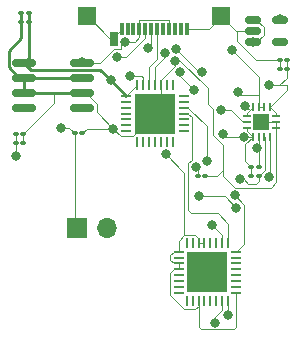
<source format=gbr>
%TF.GenerationSoftware,KiCad,Pcbnew,7.0.6*%
%TF.CreationDate,2023-07-11T14:09:12+02:00*%
%TF.ProjectId,power-output,706f7765-722d-46f7-9574-7075742e6b69,X1*%
%TF.SameCoordinates,Original*%
%TF.FileFunction,Copper,L1,Top*%
%TF.FilePolarity,Positive*%
%FSLAX46Y46*%
G04 Gerber Fmt 4.6, Leading zero omitted, Abs format (unit mm)*
G04 Created by KiCad (PCBNEW 7.0.6) date 2023-07-11 14:09:12*
%MOMM*%
%LPD*%
G01*
G04 APERTURE LIST*
G04 Aperture macros list*
%AMRoundRect*
0 Rectangle with rounded corners*
0 $1 Rounding radius*
0 $2 $3 $4 $5 $6 $7 $8 $9 X,Y pos of 4 corners*
0 Add a 4 corners polygon primitive as box body*
4,1,4,$2,$3,$4,$5,$6,$7,$8,$9,$2,$3,0*
0 Add four circle primitives for the rounded corners*
1,1,$1+$1,$2,$3*
1,1,$1+$1,$4,$5*
1,1,$1+$1,$6,$7*
1,1,$1+$1,$8,$9*
0 Add four rect primitives between the rounded corners*
20,1,$1+$1,$2,$3,$4,$5,0*
20,1,$1+$1,$4,$5,$6,$7,0*
20,1,$1+$1,$6,$7,$8,$9,0*
20,1,$1+$1,$8,$9,$2,$3,0*%
G04 Aperture macros list end*
%TA.AperFunction,SMDPad,CuDef*%
%ADD10R,0.380000X1.000000*%
%TD*%
%TA.AperFunction,SMDPad,CuDef*%
%ADD11R,0.700000X1.150000*%
%TD*%
%TA.AperFunction,SMDPad,CuDef*%
%ADD12R,1.500000X1.500000*%
%TD*%
%TA.AperFunction,ComponentPad*%
%ADD13R,1.700000X1.700000*%
%TD*%
%TA.AperFunction,ComponentPad*%
%ADD14O,1.700000X1.700000*%
%TD*%
%TA.AperFunction,SMDPad,CuDef*%
%ADD15RoundRect,0.062500X-0.375000X-0.062500X0.375000X-0.062500X0.375000X0.062500X-0.375000X0.062500X0*%
%TD*%
%TA.AperFunction,SMDPad,CuDef*%
%ADD16RoundRect,0.062500X-0.062500X-0.375000X0.062500X-0.375000X0.062500X0.375000X-0.062500X0.375000X0*%
%TD*%
%TA.AperFunction,SMDPad,CuDef*%
%ADD17R,3.450000X3.450000*%
%TD*%
%TA.AperFunction,SMDPad,CuDef*%
%ADD18RoundRect,0.100000X-0.130000X-0.100000X0.130000X-0.100000X0.130000X0.100000X-0.130000X0.100000X0*%
%TD*%
%TA.AperFunction,SMDPad,CuDef*%
%ADD19RoundRect,0.100000X0.130000X0.100000X-0.130000X0.100000X-0.130000X-0.100000X0.130000X-0.100000X0*%
%TD*%
%TA.AperFunction,SMDPad,CuDef*%
%ADD20RoundRect,0.150000X-0.512500X-0.150000X0.512500X-0.150000X0.512500X0.150000X-0.512500X0.150000X0*%
%TD*%
%TA.AperFunction,SMDPad,CuDef*%
%ADD21RoundRect,0.062500X-0.275000X-0.062500X0.275000X-0.062500X0.275000X0.062500X-0.275000X0.062500X0*%
%TD*%
%TA.AperFunction,SMDPad,CuDef*%
%ADD22RoundRect,0.062500X-0.062500X-0.275000X0.062500X-0.275000X0.062500X0.275000X-0.062500X0.275000X0*%
%TD*%
%TA.AperFunction,SMDPad,CuDef*%
%ADD23R,1.450000X1.450000*%
%TD*%
%TA.AperFunction,SMDPad,CuDef*%
%ADD24RoundRect,0.150000X-0.825000X-0.150000X0.825000X-0.150000X0.825000X0.150000X-0.825000X0.150000X0*%
%TD*%
%TA.AperFunction,SMDPad,CuDef*%
%ADD25RoundRect,0.062500X-0.062500X0.337500X-0.062500X-0.337500X0.062500X-0.337500X0.062500X0.337500X0*%
%TD*%
%TA.AperFunction,SMDPad,CuDef*%
%ADD26RoundRect,0.062500X-0.337500X0.062500X-0.337500X-0.062500X0.337500X-0.062500X0.337500X0.062500X0*%
%TD*%
%TA.AperFunction,SMDPad,CuDef*%
%ADD27R,3.350000X3.350000*%
%TD*%
%TA.AperFunction,ViaPad*%
%ADD28C,0.800000*%
%TD*%
%TA.AperFunction,Conductor*%
%ADD29C,0.125000*%
%TD*%
%TA.AperFunction,Conductor*%
%ADD30C,0.250000*%
%TD*%
G04 APERTURE END LIST*
D10*
%TO.P,P1,A1,GND*%
%TO.N,GND*%
X137250000Y-129040000D03*
%TO.P,P1,A2*%
%TO.N,N/C*%
X137750000Y-129040000D03*
%TO.P,P1,A3*%
X138250000Y-129040000D03*
%TO.P,P1,A4,VBUS*%
%TO.N,VBUS*%
X138750000Y-129040000D03*
%TO.P,P1,A5,CC*%
%TO.N,/CC1*%
X139250000Y-129040000D03*
%TO.P,P1,A6,D+*%
%TO.N,/D+*%
X139750000Y-129040000D03*
%TO.P,P1,A7,D-*%
%TO.N,/D-*%
X140250000Y-129040000D03*
%TO.P,P1,A8*%
%TO.N,N/C*%
X140750000Y-129040000D03*
%TO.P,P1,A9,VBUS*%
%TO.N,VBUS*%
X141250000Y-129040000D03*
%TO.P,P1,A10*%
%TO.N,N/C*%
X141750000Y-129040000D03*
%TO.P,P1,A11*%
X142250000Y-129040000D03*
%TO.P,P1,A12,GND*%
%TO.N,GND*%
X142750000Y-129040000D03*
D11*
%TO.P,P1,S1,SHIELD*%
X136580000Y-129880000D03*
%TD*%
D12*
%TO.P,TP1,1,1*%
%TO.N,GND*%
X134300000Y-128000000D03*
%TD*%
%TO.P,TP3,1,1*%
%TO.N,GND*%
X145700000Y-128000000D03*
%TD*%
D13*
%TO.P,J1,1,Pin_1*%
%TO.N,VBUS*%
X133470000Y-145870000D03*
D14*
%TO.P,J1,2,Pin_2*%
%TO.N,GND*%
X136010000Y-145870000D03*
%TD*%
D15*
%TO.P,U4,1,VDDA*%
%TO.N,+3.3V*%
X142072500Y-147910000D03*
%TO.P,U4,2,LNA*%
%TO.N,unconnected-(U4-LNA-Pad2)*%
X142072500Y-148410000D03*
%TO.P,U4,3,VDD3P3*%
%TO.N,+3.3V*%
X142072500Y-148910000D03*
%TO.P,U4,4,VDD3P3*%
X142072500Y-149410000D03*
%TO.P,U4,5,VDD_RTC*%
%TO.N,unconnected-(U4-VDD_RTC-Pad5)*%
X142072500Y-149910000D03*
%TO.P,U4,6,TOUT*%
%TO.N,unconnected-(U4-TOUT-Pad6)*%
X142072500Y-150410000D03*
%TO.P,U4,7,CHIP_PU*%
%TO.N,unconnected-(U4-CHIP_PU-Pad7)*%
X142072500Y-150910000D03*
%TO.P,U4,8,XPD_DCDC*%
%TO.N,unconnected-(U4-XPD_DCDC-Pad8)*%
X142072500Y-151410000D03*
D16*
%TO.P,U4,9,MTMS*%
%TO.N,unconnected-(U4-MTMS-Pad9)*%
X142760000Y-152097500D03*
%TO.P,U4,10,MTDI*%
%TO.N,unconnected-(U4-MTDI-Pad10)*%
X143260000Y-152097500D03*
%TO.P,U4,11,VDDPST*%
%TO.N,+3.3V*%
X143760000Y-152097500D03*
%TO.P,U4,12,MTCK*%
%TO.N,unconnected-(U4-MTCK-Pad12)*%
X144260000Y-152097500D03*
%TO.P,U4,13,MTDO*%
%TO.N,unconnected-(U4-MTDO-Pad13)*%
X144760000Y-152097500D03*
%TO.P,U4,14,GPIO2*%
%TO.N,unconnected-(U4-GPIO2-Pad14)*%
X145260000Y-152097500D03*
%TO.P,U4,15,GPIO0*%
%TO.N,/INT*%
X145760000Y-152097500D03*
%TO.P,U4,16,GPIO4*%
%TO.N,/SDA*%
X146260000Y-152097500D03*
D15*
%TO.P,U4,17,VDDPST*%
%TO.N,+3.3V*%
X146947500Y-151410000D03*
%TO.P,U4,18,SDIO_DATA_2*%
%TO.N,unconnected-(U4-SDIO_DATA_2-Pad18)*%
X146947500Y-150910000D03*
%TO.P,U4,19,SDIO_DATA_3*%
%TO.N,unconnected-(U4-SDIO_DATA_3-Pad19)*%
X146947500Y-150410000D03*
%TO.P,U4,20,SDIO_CMD*%
%TO.N,unconnected-(U4-SDIO_CMD-Pad20)*%
X146947500Y-149910000D03*
%TO.P,U4,21,SDIO_CLK*%
%TO.N,unconnected-(U4-SDIO_CLK-Pad21)*%
X146947500Y-149410000D03*
%TO.P,U4,22,SDIO_DATA_0*%
%TO.N,unconnected-(U4-SDIO_DATA_0-Pad22)*%
X146947500Y-148910000D03*
%TO.P,U4,23,SDIO_DATA_1*%
%TO.N,unconnected-(U4-SDIO_DATA_1-Pad23)*%
X146947500Y-148410000D03*
%TO.P,U4,24,GPIO5*%
%TO.N,/SCL*%
X146947500Y-147910000D03*
D16*
%TO.P,U4,25,U0RXD*%
%TO.N,/RXD*%
X146260000Y-147222500D03*
%TO.P,U4,26,U0TXD*%
%TO.N,/TXD*%
X145760000Y-147222500D03*
%TO.P,U4,27,XTAL_OUT*%
%TO.N,unconnected-(U4-XTAL_OUT-Pad27)*%
X145260000Y-147222500D03*
%TO.P,U4,28,XTAL_IN*%
%TO.N,unconnected-(U4-XTAL_IN-Pad28)*%
X144760000Y-147222500D03*
%TO.P,U4,29,VDDD*%
%TO.N,+3.3V*%
X144260000Y-147222500D03*
%TO.P,U4,30,VDDA*%
X143760000Y-147222500D03*
%TO.P,U4,31,RES12K*%
%TO.N,unconnected-(U4-RES12K-Pad31)*%
X143260000Y-147222500D03*
%TO.P,U4,32,~{EXT_RSTB}*%
%TO.N,unconnected-(U4-~{EXT_RSTB}-Pad32)*%
X142760000Y-147222500D03*
D17*
%TO.P,U4,33,GND*%
%TO.N,GND*%
X144510000Y-149660000D03*
%TD*%
D18*
%TO.P,C4,1*%
%TO.N,+3.3V*%
X143685000Y-141500000D03*
%TO.P,C4,2*%
%TO.N,GND*%
X144325000Y-141500000D03*
%TD*%
%TO.P,C9,1*%
%TO.N,VBUS*%
X133280000Y-137910000D03*
%TO.P,C9,2*%
%TO.N,GND*%
X133920000Y-137910000D03*
%TD*%
D19*
%TO.P,C10,1*%
%TO.N,+5V*%
X129395000Y-127725000D03*
%TO.P,C10,2*%
%TO.N,GND*%
X128755000Y-127725000D03*
%TD*%
%TO.P,C1,1*%
%TO.N,+5V*%
X129395000Y-128500000D03*
%TO.P,C1,2*%
%TO.N,GND*%
X128755000Y-128500000D03*
%TD*%
D20*
%TO.P,U1,1,VIN*%
%TO.N,+5V*%
X148362500Y-128270000D03*
%TO.P,U1,2,GND*%
%TO.N,GND*%
X148362500Y-129220000D03*
%TO.P,U1,3,EN*%
%TO.N,+5V*%
X148362500Y-130170000D03*
%TO.P,U1,4,NC*%
%TO.N,unconnected-(U1-NC-Pad4)*%
X150637500Y-130170000D03*
%TO.P,U1,5,VOUT*%
%TO.N,+3.3V*%
X150637500Y-128270000D03*
%TD*%
D18*
%TO.P,C7,1*%
%TO.N,/VCONN*%
X128295000Y-137922000D03*
%TO.P,C7,2*%
%TO.N,GND*%
X128935000Y-137922000D03*
%TD*%
D19*
%TO.P,R4,1*%
%TO.N,/INT*%
X148875000Y-140710000D03*
%TO.P,R4,2*%
%TO.N,+3.3V*%
X148235000Y-140710000D03*
%TD*%
D18*
%TO.P,C8,1*%
%TO.N,/VCONN*%
X128295000Y-138730000D03*
%TO.P,C8,2*%
%TO.N,GND*%
X128935000Y-138730000D03*
%TD*%
D19*
%TO.P,C6,1*%
%TO.N,/CC1*%
X151265000Y-131670000D03*
%TO.P,C6,2*%
%TO.N,GND*%
X150625000Y-131670000D03*
%TD*%
D21*
%TO.P,U2,1,CC2*%
%TO.N,/CC1*%
X147828000Y-136414000D03*
%TO.P,U2,2,VBUS*%
%TO.N,VBUS*%
X147828000Y-136914000D03*
%TO.P,U2,3,VDD*%
%TO.N,+3.3V*%
X147828000Y-137414000D03*
D22*
%TO.P,U2,4,VDD*%
X148340500Y-138176500D03*
%TO.P,U2,5,INT_N*%
%TO.N,/INT*%
X148840500Y-138176500D03*
%TO.P,U2,6,SCL*%
%TO.N,/SCL*%
X149340500Y-138176500D03*
%TO.P,U2,7,SDA*%
%TO.N,/SDA*%
X149840500Y-138176500D03*
D21*
%TO.P,U2,8,GND*%
%TO.N,GND*%
X150353000Y-137414000D03*
%TO.P,U2,9,GND*%
X150353000Y-136914000D03*
%TO.P,U2,10,CC1*%
%TO.N,/CC1*%
X150353000Y-136414000D03*
D22*
%TO.P,U2,11,CC1*%
X149840500Y-135651500D03*
%TO.P,U2,12,VCONN*%
%TO.N,/VCONN*%
X149340500Y-135651500D03*
%TO.P,U2,13,VCONN*%
X148840500Y-135651500D03*
%TO.P,U2,14,CC2*%
%TO.N,/CC1*%
X148340500Y-135651500D03*
D23*
%TO.P,U2,15,GND*%
%TO.N,GND*%
X149090500Y-136914000D03*
%TD*%
D19*
%TO.P,R3,1*%
%TO.N,/SCL*%
X148860000Y-141480000D03*
%TO.P,R3,2*%
%TO.N,+3.3V*%
X148220000Y-141480000D03*
%TD*%
D24*
%TO.P,U3,1,OUT*%
%TO.N,+5V*%
X128975000Y-131920000D03*
%TO.P,U3,2,GND*%
%TO.N,GND*%
X128975000Y-133190000D03*
%TO.P,U3,3,GND*%
X128975000Y-134460000D03*
%TO.P,U3,4,NC*%
%TO.N,unconnected-(U3-NC-Pad4)*%
X128975000Y-135730000D03*
%TO.P,U3,5,NC*%
%TO.N,unconnected-(U3-NC-Pad5)*%
X133925000Y-135730000D03*
%TO.P,U3,6,GND*%
%TO.N,GND*%
X133925000Y-134460000D03*
%TO.P,U3,7,GND*%
X133925000Y-133190000D03*
%TO.P,U3,8,IN*%
%TO.N,VBUS*%
X133925000Y-131920000D03*
%TD*%
D19*
%TO.P,C5,1*%
%TO.N,/CC1*%
X151260000Y-132470000D03*
%TO.P,C5,2*%
%TO.N,GND*%
X150620000Y-132470000D03*
%TD*%
D25*
%TO.P,U5,1,~{DCD}*%
%TO.N,unconnected-(U5-~{DCD}-Pad1)*%
X141580000Y-133770000D03*
%TO.P,U5,2,~{RI}/CLK*%
%TO.N,unconnected-(U5-~{RI}{slash}CLK-Pad2)*%
X141080000Y-133770000D03*
%TO.P,U5,3,GND*%
%TO.N,GND*%
X140580000Y-133770000D03*
%TO.P,U5,4,D+*%
%TO.N,/D+*%
X140080000Y-133770000D03*
%TO.P,U5,5,D-*%
%TO.N,/D-*%
X139580000Y-133770000D03*
%TO.P,U5,6,VDD*%
%TO.N,+3.3V*%
X139080000Y-133770000D03*
%TO.P,U5,7,VREGIN*%
%TO.N,+5V*%
X138580000Y-133770000D03*
D26*
%TO.P,U5,8,VBUS*%
X137630000Y-134720000D03*
%TO.P,U5,9,~{RST}*%
%TO.N,unconnected-(U5-~{RST}-Pad9)*%
X137630000Y-135220000D03*
%TO.P,U5,10,NC*%
%TO.N,unconnected-(U5-NC-Pad10)*%
X137630000Y-135720000D03*
%TO.P,U5,11,~{SUSPEND}*%
%TO.N,unconnected-(U5-~{SUSPEND}-Pad11)*%
X137630000Y-136220000D03*
%TO.P,U5,12,SUSPEND*%
%TO.N,unconnected-(U5-SUSPEND-Pad12)*%
X137630000Y-136720000D03*
%TO.P,U5,13,CHREN*%
%TO.N,unconnected-(U5-CHREN-Pad13)*%
X137630000Y-137220000D03*
%TO.P,U5,14,CHR1*%
%TO.N,unconnected-(U5-CHR1-Pad14)*%
X137630000Y-137720000D03*
D25*
%TO.P,U5,15,CHR0*%
%TO.N,unconnected-(U5-CHR0-Pad15)*%
X138580000Y-138670000D03*
%TO.P,U5,16,~{WAKEUP}/GPIO.3*%
%TO.N,unconnected-(U5-~{WAKEUP}{slash}GPIO.3-Pad16)*%
X139080000Y-138670000D03*
%TO.P,U5,17,RS485/GPIO.2*%
%TO.N,unconnected-(U5-RS485{slash}GPIO.2-Pad17)*%
X139580000Y-138670000D03*
%TO.P,U5,18,~{RXT}/GPIO.1*%
%TO.N,unconnected-(U5-~{RXT}{slash}GPIO.1-Pad18)*%
X140080000Y-138670000D03*
%TO.P,U5,19,~{TXT}/GPIO.0*%
%TO.N,unconnected-(U5-~{TXT}{slash}GPIO.0-Pad19)*%
X140580000Y-138670000D03*
%TO.P,U5,20,GPIO.6*%
%TO.N,unconnected-(U5-GPIO.6-Pad20)*%
X141080000Y-138670000D03*
%TO.P,U5,21,GPIO.5*%
%TO.N,unconnected-(U5-GPIO.5-Pad21)*%
X141580000Y-138670000D03*
D26*
%TO.P,U5,22,GPIO.4*%
%TO.N,unconnected-(U5-GPIO.4-Pad22)*%
X142530000Y-137720000D03*
%TO.P,U5,23,~{CTS}*%
%TO.N,unconnected-(U5-~{CTS}-Pad23)*%
X142530000Y-137220000D03*
%TO.P,U5,24,~{RTS}*%
%TO.N,unconnected-(U5-~{RTS}-Pad24)*%
X142530000Y-136720000D03*
%TO.P,U5,25,RXD*%
%TO.N,/RXD*%
X142530000Y-136220000D03*
%TO.P,U5,26,TXD*%
%TO.N,/TXD*%
X142530000Y-135720000D03*
%TO.P,U5,27,~{DSR}*%
%TO.N,unconnected-(U5-~{DSR}-Pad27)*%
X142530000Y-135220000D03*
%TO.P,U5,28,~{DTR}*%
%TO.N,unconnected-(U5-~{DTR}-Pad28)*%
X142530000Y-134720000D03*
D27*
%TO.P,U5,29,GND*%
%TO.N,GND*%
X140080000Y-136220000D03*
%TD*%
D28*
%TO.N,+3.3V*%
X143549881Y-140762790D03*
%TO.N,/SCL*%
X147310000Y-141760000D03*
X146841590Y-143156000D03*
%TO.N,GND*%
X136540191Y-137489809D03*
X141770000Y-131740000D03*
X145700000Y-128000000D03*
X134300000Y-128000000D03*
X144530000Y-149680000D03*
%TO.N,VBUS*%
X133925000Y-131820500D03*
X145650000Y-135930000D03*
X137529469Y-130138723D03*
X132120000Y-137410000D03*
%TO.N,+3.3V*%
X137976137Y-133052000D03*
X145820353Y-137950353D03*
X141011969Y-139677601D03*
X147570000Y-138176500D03*
X150670000Y-128240000D03*
%TO.N,/INT*%
X148705500Y-139167500D03*
X145180000Y-153980000D03*
%TO.N,/SDA*%
X149691394Y-141584817D03*
X146276750Y-153264111D03*
X143800000Y-143240000D03*
X146965000Y-144215000D03*
%TO.N,/CC1*%
X143367767Y-134223935D03*
X149750000Y-133840000D03*
X142213638Y-132714849D03*
X147728000Y-135560000D03*
X136830000Y-131466210D03*
%TO.N,+5V*%
X136325000Y-133415000D03*
X148362500Y-130170000D03*
%TO.N,/VCONN*%
X128295000Y-139830000D03*
X147066000Y-134366000D03*
X141869023Y-130745415D03*
X144071105Y-132699895D03*
X146627145Y-130879145D03*
%TO.N,/TXD*%
X144910000Y-145640000D03*
X144440000Y-140260000D03*
%TO.N,/D+*%
X139480000Y-130670000D03*
X140912000Y-131064000D03*
%TD*%
D29*
%TO.N,+3.3V*%
X143760000Y-154307500D02*
X143760000Y-152097500D01*
X146947500Y-154332500D02*
X146939250Y-154324250D01*
X146939250Y-154324250D02*
X146939250Y-151418250D01*
X146939250Y-151418250D02*
X146947500Y-151410000D01*
X146947500Y-154332500D02*
X146800000Y-154480000D01*
X143932500Y-154480000D02*
X143760000Y-154307500D01*
X146800000Y-154480000D02*
X143932500Y-154480000D01*
%TO.N,/VCONN*%
X128295000Y-139830000D02*
X128295000Y-138730000D01*
%TO.N,+3.3V*%
X143549881Y-140762790D02*
X143549881Y-140769881D01*
X143549881Y-140769881D02*
X143685000Y-140905000D01*
X143685000Y-140905000D02*
X143685000Y-141500000D01*
%TO.N,/RXD*%
X142530000Y-136220000D02*
X142889619Y-136220000D01*
X142889619Y-136220000D02*
X143192500Y-136522881D01*
X142886904Y-140439284D02*
X142886904Y-140507880D01*
X143192500Y-136522881D02*
X143192500Y-140133688D01*
X143192500Y-140133688D02*
X142886904Y-140439284D01*
%TO.N,/INT*%
X148705500Y-139167500D02*
X148747500Y-139167500D01*
X148747500Y-139167500D02*
X148875000Y-139040000D01*
%TO.N,+3.3V*%
X142562881Y-141228513D02*
X141011969Y-139677601D01*
%TO.N,/SCL*%
X147581000Y-141760000D02*
X147990000Y-142169000D01*
X147310000Y-141760000D02*
X147581000Y-141760000D01*
X146947500Y-147910000D02*
X147627500Y-147230000D01*
X147627500Y-147230000D02*
X147627500Y-143941910D01*
X148621000Y-142169000D02*
X147990000Y-142169000D01*
X147627500Y-143941910D02*
X146841590Y-143156000D01*
%TO.N,GND*%
X150353000Y-141309506D02*
X150353000Y-137414000D01*
X144525000Y-134090000D02*
X142175000Y-131740000D01*
X134340191Y-137489809D02*
X136540191Y-137489809D01*
X146990000Y-129220000D02*
X146990000Y-130043363D01*
X140580000Y-133770000D02*
X140580000Y-133410381D01*
X128935000Y-138730000D02*
X128935000Y-137922000D01*
X146812000Y-142494000D02*
X149860000Y-142494000D01*
X144987500Y-135857880D02*
X144987500Y-138054417D01*
X128935000Y-137922000D02*
X131560000Y-135297000D01*
X144987500Y-138054417D02*
X145810000Y-138876917D01*
X149860000Y-142494000D02*
X150353894Y-142000106D01*
D30*
X128975000Y-133190000D02*
X128598249Y-133190000D01*
D29*
X140580000Y-133770000D02*
X140580000Y-135720000D01*
X145810000Y-138876917D02*
X145810000Y-141040000D01*
X148616637Y-131670000D02*
X150625000Y-131670000D01*
X145810000Y-141492000D02*
X146812000Y-142494000D01*
D30*
X128975000Y-134460000D02*
X128975000Y-133190000D01*
D29*
X131560000Y-135297000D02*
X131560000Y-134460000D01*
X138192500Y-138107500D02*
X137157881Y-138107500D01*
X150353000Y-136914000D02*
X149090500Y-136914000D01*
X134300000Y-128000000D02*
X134384352Y-128000000D01*
X137157881Y-138107500D02*
X136540191Y-137489809D01*
X146990000Y-130043363D02*
X148616637Y-131670000D01*
D30*
X128755000Y-129815000D02*
X128755000Y-128500000D01*
X128598249Y-133190000D02*
X127675000Y-132266751D01*
D29*
X144525000Y-134090000D02*
X144525000Y-135395380D01*
X134213363Y-134460000D02*
X133925000Y-134460000D01*
X144525000Y-135395380D02*
X144987500Y-135857880D01*
X150625000Y-131670000D02*
X150625000Y-132465000D01*
X144325000Y-141500000D02*
X145350000Y-141500000D01*
X136580000Y-129880000D02*
X136580000Y-129710000D01*
X144636033Y-129063967D02*
X145700000Y-128000000D01*
X140580000Y-135720000D02*
X140080000Y-136220000D01*
X150353894Y-141310400D02*
X150353000Y-141309506D01*
X136264352Y-129880000D02*
X136580000Y-129880000D01*
X135162500Y-135409137D02*
X134213363Y-134460000D01*
D30*
X128755000Y-127725000D02*
X128755000Y-128500000D01*
D29*
X145350000Y-141500000D02*
X145810000Y-141040000D01*
D30*
X127675000Y-130895000D02*
X128755000Y-129815000D01*
D29*
X150353894Y-142000106D02*
X150353894Y-141310400D01*
X150353000Y-137414000D02*
X150353000Y-136914000D01*
X150625000Y-132465000D02*
X150620000Y-132470000D01*
X141770000Y-132220381D02*
X141770000Y-131740000D01*
X144510000Y-149660000D02*
X144530000Y-149680000D01*
X142175000Y-131740000D02*
X141770000Y-131740000D01*
X142750000Y-129040000D02*
X142773967Y-129063967D01*
D30*
X133925000Y-134460000D02*
X131560000Y-134460000D01*
D29*
X146920000Y-129220000D02*
X145700000Y-128000000D01*
X135162500Y-136112119D02*
X135162500Y-135409137D01*
X148362500Y-129220000D02*
X146990000Y-129220000D01*
D30*
X127675000Y-132266751D02*
X127675000Y-130895000D01*
D29*
X133920000Y-137910000D02*
X134340191Y-137489809D01*
X145810000Y-141040000D02*
X145810000Y-141492000D01*
X136540191Y-137489809D02*
X135162500Y-136112119D01*
X142773967Y-129063967D02*
X144636033Y-129063967D01*
X146990000Y-129220000D02*
X146920000Y-129220000D01*
X134384352Y-128000000D02*
X136264352Y-129880000D01*
D30*
X131560000Y-134460000D02*
X128975000Y-134460000D01*
D29*
X140080000Y-136220000D02*
X138192500Y-138107500D01*
X140580000Y-133410381D02*
X141770000Y-132220381D01*
X136580000Y-129710000D02*
X137250000Y-129040000D01*
D30*
X128975000Y-133190000D02*
X133925000Y-133190000D01*
D29*
%TO.N,VBUS*%
X137192500Y-130167500D02*
X137192500Y-130717500D01*
X133925000Y-131820500D02*
X133925000Y-131920000D01*
X137529469Y-130138723D02*
X137548246Y-130157500D01*
X132780000Y-137410000D02*
X132120000Y-137410000D01*
X135440000Y-131920000D02*
X133925000Y-131920000D01*
X141250000Y-128325000D02*
X141202500Y-128277500D01*
X136642500Y-130717500D02*
X135440000Y-131920000D01*
X133280000Y-137910000D02*
X132780000Y-137410000D01*
X137192500Y-130717500D02*
X136642500Y-130717500D01*
X147530881Y-136914000D02*
X147828000Y-136914000D01*
X133470000Y-145870000D02*
X133280000Y-145680000D01*
X145650000Y-135930000D02*
X146546881Y-135930000D01*
X138750000Y-128325000D02*
X138750000Y-129040000D01*
X133280000Y-145680000D02*
X133280000Y-137910000D01*
X137548246Y-130157500D02*
X138347500Y-130157500D01*
X138347500Y-130157500D02*
X137202500Y-130157500D01*
X141250000Y-129040000D02*
X141250000Y-128325000D01*
X141202500Y-128277500D02*
X138797500Y-128277500D01*
X138797500Y-128277500D02*
X138750000Y-128325000D01*
X146546881Y-135930000D02*
X147530881Y-136914000D01*
X138750000Y-129755000D02*
X138347500Y-130157500D01*
X137202500Y-130157500D02*
X137192500Y-130167500D01*
X138750000Y-129040000D02*
X138750000Y-129755000D01*
%TO.N,+3.3V*%
X147570000Y-138176500D02*
X148340500Y-138176500D01*
X148235000Y-141465000D02*
X148220000Y-141480000D01*
X142072500Y-147012881D02*
X142072500Y-147910000D01*
X145820353Y-137950353D02*
X146046500Y-138176500D01*
X143760000Y-146825381D02*
X143457119Y-146522500D01*
X146046500Y-138176500D02*
X147570000Y-138176500D01*
X147828000Y-137414000D02*
X147828000Y-137664000D01*
X148235000Y-140710000D02*
X148235000Y-141465000D01*
X143760000Y-147222500D02*
X143760000Y-146825381D01*
X139080000Y-133770000D02*
X139080000Y-133185381D01*
X142562881Y-146522500D02*
X142072500Y-147012881D01*
X141675381Y-148910000D02*
X141372500Y-148607119D01*
X143457119Y-152797500D02*
X142562882Y-152797500D01*
X141372500Y-148607119D02*
X141372500Y-148212881D01*
X138946619Y-133052000D02*
X137976137Y-133052000D01*
X143760000Y-152097500D02*
X143760000Y-152494619D01*
X141675381Y-149410000D02*
X142072500Y-149410000D01*
X142562881Y-146522500D02*
X142562881Y-141228513D01*
X139080000Y-133185381D02*
X138946619Y-133052000D01*
X143457119Y-146522500D02*
X142562881Y-146522500D01*
X141675381Y-147910000D02*
X142072500Y-147910000D01*
X141372500Y-149712881D02*
X141675381Y-149410000D01*
X147730000Y-138787000D02*
X147730000Y-140205000D01*
X143760000Y-152494619D02*
X143457119Y-152797500D01*
X141372500Y-151607119D02*
X141372500Y-149712881D01*
X150637500Y-128270000D02*
X150640000Y-128270000D01*
X141372500Y-148212881D02*
X141675381Y-147910000D01*
X148340500Y-138176500D02*
X147730000Y-138787000D01*
X147730000Y-140205000D02*
X148235000Y-140710000D01*
X142072500Y-148910000D02*
X141675381Y-148910000D01*
X142072500Y-149410000D02*
X142072500Y-148910000D01*
X143760000Y-147222500D02*
X144260000Y-147222500D01*
X142562882Y-152797500D02*
X141372500Y-151607119D01*
X147828000Y-137664000D02*
X148340500Y-138176500D01*
X150640000Y-128270000D02*
X150670000Y-128240000D01*
%TO.N,/INT*%
X148875000Y-138211000D02*
X148840500Y-138176500D01*
X148875000Y-140710000D02*
X148875000Y-139040000D01*
X145180000Y-153423944D02*
X145180000Y-153980000D01*
X148875000Y-139040000D02*
X148875000Y-138211000D01*
X145760000Y-152843944D02*
X145180000Y-153423944D01*
X145760000Y-152097500D02*
X145760000Y-152843944D01*
%TO.N,/SCL*%
X149367500Y-138203500D02*
X149340500Y-138176500D01*
X148860000Y-141480000D02*
X149367500Y-140972500D01*
X148860000Y-141480000D02*
X148860000Y-141930000D01*
X148860000Y-141930000D02*
X148621000Y-142169000D01*
X149367500Y-140972500D02*
X149367500Y-138203500D01*
%TO.N,/SDA*%
X146260000Y-152097500D02*
X146260000Y-153247361D01*
X143800000Y-143240000D02*
X145990000Y-143240000D01*
X149840500Y-138176500D02*
X149840500Y-141435711D01*
X146260000Y-153247361D02*
X146276750Y-153264111D01*
X149840500Y-141435711D02*
X149691394Y-141584817D01*
X145990000Y-143240000D02*
X146965000Y-144215000D01*
%TO.N,/CC1*%
X139250000Y-129850000D02*
X139250000Y-129040000D01*
X151235000Y-133840000D02*
X151265000Y-133870000D01*
X149750000Y-133840000D02*
X150600000Y-133840000D01*
X151260000Y-132470000D02*
X151260000Y-133180000D01*
X149840500Y-135651500D02*
X150353000Y-136164000D01*
X142213638Y-133069806D02*
X143367767Y-134223935D01*
X151260000Y-132470000D02*
X151260000Y-131675000D01*
X151265000Y-133870000D02*
X151265000Y-134227000D01*
X148076000Y-135916000D02*
X147728000Y-135568000D01*
X137633790Y-131466210D02*
X139250000Y-129850000D01*
X136830000Y-131466210D02*
X137633790Y-131466210D01*
X150353000Y-136164000D02*
X150353000Y-136414000D01*
X151265000Y-134227000D02*
X149840500Y-135651500D01*
X142213638Y-132714849D02*
X142213638Y-133069806D01*
X147828000Y-136414000D02*
X147828000Y-136164000D01*
X151260000Y-133180000D02*
X150600000Y-133840000D01*
X147728000Y-135568000D02*
X147728000Y-135560000D01*
X148076000Y-135916000D02*
X148340500Y-135651500D01*
X151260000Y-131675000D02*
X151265000Y-131670000D01*
X147828000Y-136164000D02*
X148076000Y-135916000D01*
X150600000Y-133840000D02*
X151235000Y-133840000D01*
%TO.N,+5V*%
X148658363Y-130170000D02*
X149287500Y-129540863D01*
X138580000Y-133770000D02*
X137630000Y-134720000D01*
D30*
X135455000Y-132545000D02*
X136325000Y-133415000D01*
X129395000Y-128500000D02*
X129395000Y-127725000D01*
X128975000Y-131920000D02*
X129600000Y-132545000D01*
X136325000Y-133415000D02*
X137630000Y-134720000D01*
X129600000Y-132545000D02*
X135455000Y-132545000D01*
D29*
X148658363Y-128270000D02*
X148362500Y-128270000D01*
X149287500Y-129540863D02*
X149287500Y-128899137D01*
D30*
X129395000Y-131500000D02*
X128975000Y-131920000D01*
D29*
X148362500Y-130170000D02*
X148658363Y-130170000D01*
X149287500Y-128899137D02*
X148658363Y-128270000D01*
D30*
X129395000Y-128500000D02*
X129395000Y-131500000D01*
D29*
%TO.N,/VCONN*%
X148840500Y-134620000D02*
X147320000Y-134620000D01*
X147320000Y-134620000D02*
X147066000Y-134366000D01*
X148840500Y-135651500D02*
X148840500Y-134620000D01*
X128295000Y-137922000D02*
X128295000Y-138730000D01*
X148840500Y-135651500D02*
X149340500Y-135651500D01*
X148840500Y-133092500D02*
X146627145Y-130879145D01*
X143823503Y-132699895D02*
X141869023Y-130745415D01*
X144071105Y-132699895D02*
X143823503Y-132699895D01*
X148840500Y-134620000D02*
X148840500Y-133092500D01*
%TO.N,/RXD*%
X145370000Y-144660000D02*
X143160000Y-144660000D01*
X146260000Y-145550000D02*
X145370000Y-144660000D01*
X143160000Y-144660000D02*
X142887881Y-144387881D01*
X142887881Y-144387881D02*
X142887881Y-140507880D01*
X146260000Y-147222500D02*
X146260000Y-145550000D01*
%TO.N,/TXD*%
X142889619Y-135720000D02*
X142530000Y-135720000D01*
X145760000Y-146490000D02*
X144910000Y-145640000D01*
X144440000Y-137270381D02*
X142889619Y-135720000D01*
X144440000Y-140260000D02*
X144440000Y-137270381D01*
X145760000Y-147222500D02*
X145760000Y-146490000D01*
%TO.N,/D+*%
X140912000Y-131064000D02*
X140912000Y-131407620D01*
X140912000Y-131407620D02*
X140080000Y-132239620D01*
X139750000Y-130400000D02*
X139750000Y-129040000D01*
X140080000Y-132239620D02*
X140080000Y-133770000D01*
X139480000Y-130670000D02*
X139750000Y-130400000D01*
%TO.N,/D-*%
X140250000Y-131610000D02*
X139580000Y-132280000D01*
X140250000Y-129040000D02*
X140250000Y-131610000D01*
X139580000Y-132280000D02*
X139580000Y-133770000D01*
%TD*%
M02*

</source>
